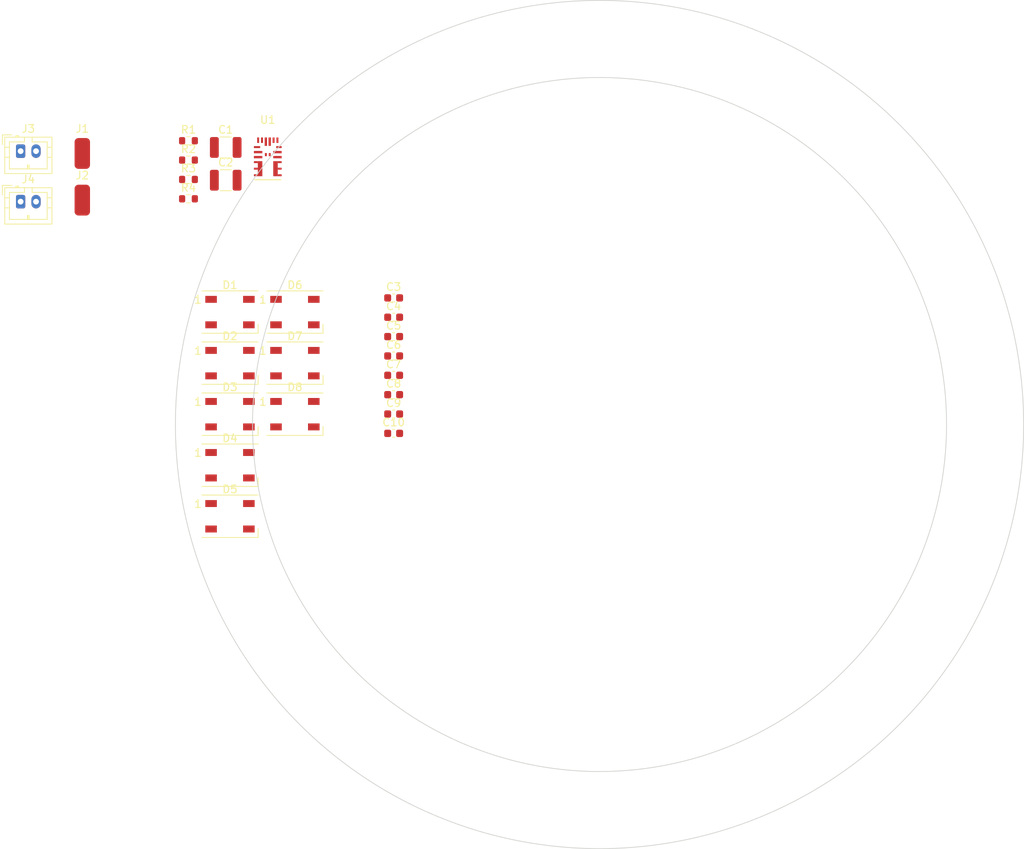
<source format=kicad_pcb>
(kicad_pcb (version 20221018) (generator pcbnew)
  (layers (0 "F.Cu" signal) (31 "B.Cu" signal) (34 "B.Paste" user) (35 "F.Paste" user) (36 "B.SilkS" user "B.Silkscreen") (37 "F.SilkS" user "F.Silkscreen") (38 "B.Mask" user) (39 "F.Mask" user) (44 "Edge.Cuts" user))
  (net 0 "")
  (net 1 "+12V")
  (net 2 "GND")
  (net 3 "+5V")
  (net 4 "/DIN")
  (net 5 "Net-(D1-DOUT)")
  (net 6 "Net-(D2-DOUT)")
  (net 7 "Net-(D3-DOUT)")
  (net 8 "Net-(D4-DOUT)")
  (net 9 "Net-(D5-DOUT)")
  (net 10 "Net-(D6-DOUT)")
  (net 11 "Net-(D7-DOUT)")
  (net 12 "Net-(U1-EN)")
  (net 13 "/5V_FB")
  (net 14 "Net-(U1-AAM)")
  (net 22 "/DOUT")
  (footprint "LED_SMD:LED_WS2812B_PLCC4_5.0x5.0mm_P3.2mm" (layer "F.Cu") (at 121.075 92.04)
    (fp_text reference "D2" (at 0 -3.5) (layer "F.SilkS"))
    (fp_text value "WS2812B")
    (fp_text user "1" (at -4.15 -1.6) (layer "F.SilkS"))
    (fp_line (start -3.65 -2.75) (end 3.65 -2.75) (stroke (width 0.12)) (layer "F.SilkS"))
    (fp_line (start -3.65 2.75) (end 3.65 2.75) (stroke (width 0.12)) (layer "F.SilkS"))
    (fp_line (start 3.65 2.75) (end 3.65 1.6) (stroke (width 0.12)) (layer "F.SilkS"))
    (pad "1" smd rect (at -2.45 -1.65) (size 1.5 0.9) (layers "F.Cu" "F.Paste" "F.Mask") (net 3 "+5V"))
    (pad "2" smd rect (at -2.45 1.65) (size 1.5 0.9) (layers "F.Cu" "F.Paste" "F.Mask") (net 6 "Net-(D2-DOUT)"))
    (pad "3" smd rect (at 2.45 1.65) (size 1.5 0.9) (layers "F.Cu" "F.Paste" "F.Mask") (net 2 "GND"))
    (pad "4" smd rect (at 2.45 -1.65) (size 1.5 0.9) (layers "F.Cu" "F.Paste" "F.Mask") (net 5 "Net-(D1-DOUT)"))
  )
  (footprint "Capacitor_SMD:C_1210_3225Metric" (layer "F.Cu") (at 120.5234 64.0697)
    (fp_text reference "C1" (at 0 -2.3) (layer "F.SilkS"))
    (fp_text value "22u")
    (fp_line (start -0.711252 -1.36) (end 0.711252 -1.36) (stroke (width 0.12)) (layer "F.SilkS"))
    (fp_line (start -0.711252 1.36) (end 0.711252 1.36) (stroke (width 0.12)) (layer "F.SilkS"))
    (pad "1" smd roundrect (at -1.475 0) (size 1.15 2.7) (layers "F.Cu" "F.Paste" "F.Mask") (roundrect_rratio 0.217391) (net 1 "+12V"))
    (pad "2" smd roundrect (at 1.475 0) (size 1.15 2.7) (layers "F.Cu" "F.Paste" "F.Mask") (roundrect_rratio 0.217391) (net 2 "GND"))
  )
  (footprint "LED_SMD:LED_WS2812B_PLCC4_5.0x5.0mm_P3.2mm" (layer "F.Cu") (at 121.075 111.9)
    (fp_text reference "D5" (at 0 -3.5) (layer "F.SilkS"))
    (fp_text value "WS2812B")
    (fp_text user "1" (at -4.15 -1.6) (layer "F.SilkS"))
    (fp_line (start -3.65 -2.75) (end 3.65 -2.75) (stroke (width 0.12)) (layer "F.SilkS"))
    (fp_line (start -3.65 2.75) (end 3.65 2.75) (stroke (width 0.12)) (layer "F.SilkS"))
    (fp_line (start 3.65 2.75) (end 3.65 1.6) (stroke (width 0.12)) (layer "F.SilkS"))
    (pad "1" smd rect (at -2.45 -1.65) (size 1.5 0.9) (layers "F.Cu" "F.Paste" "F.Mask") (net 3 "+5V"))
    (pad "2" smd rect (at -2.45 1.65) (size 1.5 0.9) (layers "F.Cu" "F.Paste" "F.Mask") (net 9 "Net-(D5-DOUT)"))
    (pad "3" smd rect (at 2.45 1.65) (size 1.5 0.9) (layers "F.Cu" "F.Paste" "F.Mask") (net 2 "GND"))
    (pad "4" smd rect (at 2.45 -1.65) (size 1.5 0.9) (layers "F.Cu" "F.Paste" "F.Mask") (net 8 "Net-(D4-DOUT)"))
  )
  (footprint "LED_SMD:LED_WS2812B_PLCC4_5.0x5.0mm_P3.2mm" (layer "F.Cu") (at 121.075 105.28)
    (fp_text reference "D4" (at 0 -3.5) (layer "F.SilkS"))
    (fp_text value "WS2812B")
    (fp_text user "1" (at -4.15 -1.6) (layer "F.SilkS"))
    (fp_line (start -3.65 -2.75) (end 3.65 -2.75) (stroke (width 0.12)) (layer "F.SilkS"))
    (fp_line (start -3.65 2.75) (end 3.65 2.75) (stroke (width 0.12)) (layer "F.SilkS"))
    (fp_line (start 3.65 2.75) (end 3.65 1.6) (stroke (width 0.12)) (layer "F.SilkS"))
    (pad "1" smd rect (at -2.45 -1.65) (size 1.5 0.9) (layers "F.Cu" "F.Paste" "F.Mask") (net 3 "+5V"))
    (pad "2" smd rect (at -2.45 1.65) (size 1.5 0.9) (layers "F.Cu" "F.Paste" "F.Mask") (net 8 "Net-(D4-DOUT)"))
    (pad "3" smd rect (at 2.45 1.65) (size 1.5 0.9) (layers "F.Cu" "F.Paste" "F.Mask") (net 2 "GND"))
    (pad "4" smd rect (at 2.45 -1.65) (size 1.5 0.9) (layers "F.Cu" "F.Paste" "F.Mask") (net 7 "Net-(D3-DOUT)"))
  )
  (footprint "LED_SMD:LED_WS2812B_PLCC4_5.0x5.0mm_P3.2mm" (layer "F.Cu") (at 129.495 85.42)
    (fp_text reference "D6" (at 0 -3.5) (layer "F.SilkS"))
    (fp_text value "WS2812B")
    (fp_text user "1" (at -4.15 -1.6) (layer "F.SilkS"))
    (fp_line (start -3.65 -2.75) (end 3.65 -2.75) (stroke (width 0.12)) (layer "F.SilkS"))
    (fp_line (start -3.65 2.75) (end 3.65 2.75) (stroke (width 0.12)) (layer "F.SilkS"))
    (fp_line (start 3.65 2.75) (end 3.65 1.6) (stroke (width 0.12)) (layer "F.SilkS"))
    (pad "1" smd rect (at -2.45 -1.65) (size 1.5 0.9) (layers "F.Cu" "F.Paste" "F.Mask") (net 3 "+5V"))
    (pad "2" smd rect (at -2.45 1.65) (size 1.5 0.9) (layers "F.Cu" "F.Paste" "F.Mask") (net 10 "Net-(D6-DOUT)"))
    (pad "3" smd rect (at 2.45 1.65) (size 1.5 0.9) (layers "F.Cu" "F.Paste" "F.Mask") (net 2 "GND"))
    (pad "4" smd rect (at 2.45 -1.65) (size 1.5 0.9) (layers "F.Cu" "F.Paste" "F.Mask") (net 9 "Net-(D5-DOUT)"))
  )
  (footprint "LED_SMD:LED_WS2812B_PLCC4_5.0x5.0mm_P3.2mm" (layer "F.Cu") (at 129.495 98.66)
    (fp_text reference "D8" (at 0 -3.5) (layer "F.SilkS"))
    (fp_text value "WS2812B")
    (fp_text user "1" (at -4.15 -1.6) (layer "F.SilkS"))
    (fp_line (start -3.65 -2.75) (end 3.65 -2.75) (stroke (width 0.12)) (layer "F.SilkS"))
    (fp_line (start -3.65 2.75) (end 3.65 2.75) (stroke (width 0.12)) (layer "F.SilkS"))
    (fp_line (start 3.65 2.75) (end 3.65 1.6) (stroke (width 0.12)) (layer "F.SilkS"))
    (pad "1" smd rect (at -2.45 -1.65) (size 1.5 0.9) (layers "F.Cu" "F.Paste" "F.Mask") (net 3 "+5V"))
    (pad "2" smd rect (at -2.45 1.65) (size 1.5 0.9) (layers "F.Cu" "F.Paste" "F.Mask") (net 22 "/DOUT"))
    (pad "3" smd rect (at 2.45 1.65) (size 1.5 0.9) (layers "F.Cu" "F.Paste" "F.Mask") (net 2 "GND"))
    (pad "4" smd rect (at 2.45 -1.65) (size 1.5 0.9) (layers "F.Cu" "F.Paste" "F.Mask") (net 11 "Net-(D7-DOUT)"))
  )
  (footprint "Connector_JST:JST_PH_B2B-PH-K_1x02_P2.00mm_Vertical" (layer "F.Cu") (at 93.925 71.1)
    (fp_text reference "J4" (at 1 -2.9) (layer "F.SilkS"))
    (fp_text value "DATA_OUT")
    (fp_line (start -2.36 -2.11) (end -2.36 -0.86) (stroke (width 0.12)) (layer "F.SilkS"))
    (fp_line (start -2.06 -1.81) (end -2.06 2.91) (stroke (width 0.12)) (layer "F.SilkS"))
    (fp_line (start -2.06 -0.5) (end -1.45 -0.5) (stroke (width 0.12)) (layer "F.SilkS"))
    (fp_line (start -2.06 0.8) (end -1.45 0.8) (stroke (width 0.12)) (layer "F.SilkS"))
    (fp_line (start -2.06 2.91) (end 4.06 2.91) (stroke (width 0.12)) (layer "F.SilkS"))
    (fp_line (start -1.45 -1.2) (end -1.45 2.3) (stroke (width 0.12)) (layer "F.SilkS"))
    (fp_line (start -1.45 2.3) (end 3.45 2.3) (stroke (width 0.12)) (layer "F.SilkS"))
    (fp_line (start -1.11 -2.11) (end -2.36 -2.11) (stroke (width 0.12)) (layer "F.SilkS"))
    (fp_line (start -0.6 -2.01) (end -0.6 -1.81) (stroke (width 0.12)) (layer "F.SilkS"))
    (fp_line (start -0.3 -2.01) (end -0.6 -2.01) (stroke (width 0.12)) (layer "F.SilkS"))
    (fp_line (start -0.3 -1.91) (end -0.6 -1.91) (stroke (width 0.12)) (layer "F.SilkS"))
    (fp_line (start -0.3 -1.81) (end -0.3 -2.01) (stroke (width 0.12)) (layer "F.SilkS"))
    (fp_line (start 0.5 -1.81) (end 0.5 -1.2) (stroke (width 0.12)) (layer "F.SilkS"))
    (fp_line (start 0.5 -1.2) (end -1.45 -1.2) (stroke (width 0.12)) (layer "F.SilkS"))
    (fp_line (start 0.9 1.8) (end 1.1 1.8) (stroke (width 0.12)) (layer "F.SilkS"))
    (fp_line (start 0.9 2.3) (end 0.9 1.8) (stroke (width 0.12)) (layer "F.SilkS"))
    (fp_line (start 1 2.3) (end 1 1.8) (stroke (width 0.12)) (layer "F.SilkS"))
    (fp_line (start 1.1 1.8) (end 1.1 2.3) (stroke (width 0.12)) (layer "F.SilkS"))
    (fp_line (start 1.5 -1.2) (end 1.5 -1.81) (stroke (width 0.12)) (layer "F.SilkS"))
    (fp_line (start 3.45 -1.2) (end 1.5 -1.2) (stroke (width 0.12)) (layer "F.SilkS"))
    (fp_line (start 3.45 2.3) (end 3.45 -1.2) (stroke (width 0.12)) (layer "F.SilkS"))
    (fp_line (start 4.06 -1.81) (end -2.06 -1.81) (stroke (width 0.12)) (layer "F.SilkS"))
    (fp_line (start 4.06 -0.5) (end 3.45 -0.5) (stroke (width 0.12)) (layer "F.SilkS"))
    (fp_line (start 4.06 0.8) (end 3.45 0.8) (stroke (width 0.12)) (layer "F.SilkS"))
    (fp_line (start 4.06 2.91) (end 4.06 -1.81) (stroke (width 0.12)) (layer "F.SilkS"))
    (pad "1" thru_hole roundrect (at 0 0) (size 1.2 1.75) (drill 0.75) (layers "*.Cu" "*.Mask") (roundrect_rratio 0.208333) (net 22 "/DOUT"))
    (pad "2" thru_hole oval (at 2 0) (size 1.2 1.75) (drill 0.75) (layers "*.Cu" "*.Mask") (net 2 "GND"))
  )
  (footprint "WirePad:SolderWirePad_1x01_SMD_2x4mm" (layer "F.Cu") (at 101.925 64.85)
    (fp_text reference "J1" (at 0 -3.2) (layer "F.SilkS"))
    (fp_text value "12V")
    (pad "1" smd roundrect (at 0 0) (size 2 4) (layers "F.Cu" "F.Paste" "F.Mask") (net 1 "+12V"))
  )
  (footprint "Resistor_SMD:R_0603_1608Metric" (layer "F.Cu") (at 115.6934 65.7097)
    (fp_text reference "R2" (at 0 -1.43) (layer "F.SilkS"))
    (fp_text value "100k")
    (fp_line (start -0.237258 -0.5225) (end 0.237258 -0.5225) (stroke (width 0.12)) (layer "F.SilkS"))
    (fp_line (start -0.237258 0.5225) (end 0.237258 0.5225) (stroke (width 0.12)) (layer "F.SilkS"))
    (pad "1" smd roundrect (at -0.825 0) (size 0.8 0.95) (layers "F.Cu" "F.Paste" "F.Mask") (net 3 "+5V"))
    (pad "2" smd roundrect (at 0.825 0) (size 0.8 0.95) (layers "F.Cu" "F.Paste" "F.Mask") (net 13 "/5V_FB"))
  )
  (footprint "Resistor_SMD:R_0603_1608Metric" (layer "F.Cu") (at 115.6934 68.2197)
    (fp_text reference "R3" (at 0 -1.43) (layer "F.SilkS"))
    (fp_text value "19.1k")
    (fp_line (start -0.237258 -0.5225) (end 0.237258 -0.5225) (stroke (width 0.12)) (layer "F.SilkS"))
    (fp_line (start -0.237258 0.5225) (end 0.237258 0.5225) (stroke (width 0.12)) (layer "F.SilkS"))
    (pad "1" smd roundrect (at -0.825 0) (size 0.8 0.95) (layers "F.Cu" "F.Paste" "F.Mask") (net 13 "/5V_FB"))
    (pad "2" smd roundrect (at 0.825 0) (size 0.8 0.95) (layers "F.Cu" "F.Paste" "F.Mask") (net 2 "GND"))
  )
  (footprint "MPM3610GQV-P:QFN3p0x5p0x1p6_MPM3610_MNP" (layer "F.Cu") (at 125.979 65.575)
    (fp_text reference "U1" (at 0 -5.08 unlocked) (layer "F.SilkS"))
    (fp_text value "MPM3610GQV-P")
    (fp_poly (pts (xy -1.292 0.273) (xy -0.708 0.273) (xy -0.708 2.227) (xy -1.292 2.227)) (fill solid) (layer "F.Cu"))
    (fp_poly (pts (xy 0.708 0.273) (xy 1.292 0.273) (xy 1.292 2.227) (xy 0.708 2.227)) (fill solid) (layer "F.Cu"))
    (fp_line (start 1.6764 2.6797) (end -1.6764 2.6797) (stroke (width 0.1524)) (layer "F.SilkS"))
    (pad "1" smd rect (at -1.394 -1.55) (size 0.8128 0.254) (layers "F.Cu" "F.Paste" "F.Mask") (net 13 "/5V_FB"))
    (pad "2" smd rect (at -1.254 -0.900001) (size 1.0922 0.3048) (layers "F.Cu" "F.Paste" "F.Mask"))
    (pad "3" smd rect (at -1.254 -0.25) (size 1.0922 0.3048) (layers "F.Cu" "F.Paste" "F.Mask") (net 2 "GND"))
    (pad "4" smd rect (at -1.546 0.4) (size 0.508 0.254) (layers "F.Cu" "F.Paste" "F.Mask"))
    (pad "5" smd rect (at -1.546 1.250001) (size 0.508 0.254) (layers "F.Cu" "F.Paste" "F.Mask"))
    (pad "6" smd rect (at -1.546 2.1) (size 0.508 0.254) (layers "F.Cu" "F.Paste" "F.Mask"))
    (pad "7" smd rect (at 1.546 2.1) (size 0.508 0.254) (layers "F.Cu" "F.Paste" "F.Mask") (net 3 "+5V"))
    (pad "8" smd rect (at 1.546 1.250001) (size 0.508 0.254) (layers "F.Cu" "F.Paste" "F.Mask") (net 3 "+5V"))
    (pad "9" smd rect (at 1.546 0.4) (size 0.508 0.254) (layers "F.Cu" "F.Paste" "F.Mask") (net 3 "+5V"))
    (pad "10" smd rect (at 1.254 -0.25) (size 1.0922 0.3048) (layers "F.Cu" "F.Paste" "F.Mask"))
    (pad "11" smd rect (at 1.254 -0.900001) (size 1.0922 0.3048) (layers "F.Cu" "F.Paste" "F.Mask"))
    (pad "12" smd rect (at 1.444 -1.55) (size 0.7112 0.254) (layers "F.Cu" "F.Paste" "F.Mask") (net 2 "GND"))
    (pad "13" smd rect (at 1.25 -2.444 90) (size 0.7112 0.254) (layers "F.Cu" "F.Paste" "F.Mask") (net 2 "GND"))
    (pad "14" smd rect (at 0.750001 -2.444 90) (size 0.7112 0.254) (layers "F.Cu" "F.Paste" "F.Mask") (net 2 "GND"))
    (pad "15" smd rect (at 0.25 -2.254 90) (size 1.0922 0.3048) (layers "F.Cu" "F.Paste" "F.Mask"))
    (pad "16" smd rect (at -0.25 -2.254 90) (size 1.0922 0.3048) (layers "F.Cu" "F.Paste" "F.Mask") (net 1 "+12V"))
    (pad "17" smd rect (at -0.750001 -2.444 90) (size 0.7112 0.254) (layers "F.Cu" "F.Paste" "F.Mask") (net 12 "Net-(U1-EN)"))
    (pad "18" smd rect (at -1.25 -2.444 90) (size 0.7112 0.254) (layers "F.Cu" "F.Paste" "F.Mask") (net 14 "Net-(U1-AAM)"))
    (pad "19" smd rect (at -0.25 -0.575) (size 0.254 0.4064) (layers "F.Cu" "F.Paste" "F.Mask"))
    (pad "20" smd rect (at 0.25 -0.575) (size 0.254 0.4064) (layers "F.Cu" "F.Paste" "F.Mask"))
  )
  (footprint "Capacitor_SMD:C_0603_1608Metric" (layer "F.Cu") (at 142.3 83.58)
    (fp_text reference "C3" (at 0 -1.43) (layer "F.SilkS"))
    (fp_text value "15p")
    (fp_line (start -0.14058 -0.51) (end 0.14058 -0.51) (stroke (width 0.12)) (layer "F.SilkS"))
    (fp_line (start -0.14058 0.51) (end 0.14058 0.51) (stroke (width 0.12)) (layer "F.SilkS"))
    (pad "1" smd roundrect (at -0.775 0) (size 0.9 0.95) (layers "F.Cu" "F.Paste" "F.Mask") (net 3 "+5V"))
    (pad "2" smd roundrect (at 0.775 0) (size 0.9 0.95) (layers "F.Cu" "F.Paste" "F.Mask") (net 2 "GND"))
  )
  (footprint "Capacitor_SMD:C_0603_1608Metric" (layer "F.Cu") (at 142.3 101.15)
    (fp_text reference "C10" (at 0 -1.43) (layer "F.SilkS"))
    (fp_text value "15p")
    (fp_line (start -0.14058 -0.51) (end 0.14058 -0.51) (stroke (width 0.12)) (layer "F.SilkS"))
    (fp_line (start -0.14058 0.51) (end 0.14058 0.51) (stroke (width 0.12)) (layer "F.SilkS"))
    (pad "1" smd roundrect (at -0.775 0) (size 0.9 0.95) (layers "F.Cu" "F.Paste" "F.Mask") (net 3 "+5V"))
    (pad "2" smd roundrect (at 0.775 0) (size 0.9 0.95) (layers "F.Cu" "F.Paste" "F.Mask") (net 2 "GND"))
  )
  (footprint "Capacitor_SMD:C_0603_1608Metric" (layer "F.Cu") (at 142.3 88.6)
    (fp_text reference "C5" (at 0 -1.43) (layer "F.SilkS"))
    (fp_text value "15p")
    (fp_line (start -0.14058 -0.51) (end 0.14058 -0.51) (stroke (width 0.12)) (layer "F.SilkS"))
    (fp_line (start -0.14058 0.51) (end 0.14058 0.51) (stroke (width 0.12)) (layer "F.SilkS"))
    (pad "1" smd roundrect (at -0.775 0) (size 0.9 0.95) (layers "F.Cu" "F.Paste" "F.Mask") (net 3 "+5V"))
    (pad "2" smd roundrect (at 0.775 0) (size 0.9 0.95) (layers "F.Cu" "F.Paste" "F.Mask") (net 2 "GND"))
  )
  (footprint "Capacitor_SMD:C_0603_1608Metric" (layer "F.Cu") (at 142.3 86.09)
    (fp_text reference "C4" (at 0 -1.43) (layer "F.SilkS"))
    (fp_text value "15p")
    (fp_line (start -0.14058 -0.51) (end 0.14058 -0.51) (stroke (width 0.12)) (layer "F.SilkS"))
    (fp_line (start -0.14058 0.51) (end 0.14058 0.51) (stroke (width 0.12)) (layer "F.SilkS"))
    (pad "1" smd roundrect (at -0.775 0) (size 0.9 0.95) (layers "F.Cu" "F.Paste" "F.Mask") (net 3 "+5V"))
    (pad "2" smd roundrect (at 0.775 0) (size 0.9 0.95) (layers "F.Cu" "F.Paste" "F.Mask") (net 2 "GND"))
  )
  (footprint "Resistor_SMD:R_0603_1608Metric" (layer "F.Cu") (at 115.6934 70.7297)
    (fp_text reference "R4" (at 0 -1.43) (layer "F.SilkS"))
    (fp_text value "53.6k")
    (fp_line (start -0.237258 -0.5225) (end 0.237258 -0.5225) (stroke (width 0.12)) (layer "F.SilkS"))
    (fp_line (start -0.237258 0.5225) (end 0.237258 0.5225) (stroke (width 0.12)) (layer "F.SilkS"))
    (pad "1" smd roundrect (at -0.825 0) (size 0.8 0.95) (layers "F.Cu" "F.Paste" "F.Mask") (net 14 "Net-(U1-AAM)"))
    (pad "2" smd roundrect (at 0.825 0) (size 0.8 0.95) (layers "F.Cu" "F.Paste" "F.Mask") (net 2 "GND"))
  )
  (footprint "Capacitor_SMD:C_0603_1608Metric" (layer "F.Cu") (at 142.3 98.64)
    (fp_text reference "C9" (at 0 -1.43) (layer "F.SilkS"))
    (fp_text value "15p")
    (fp_line (start -0.14058 -0.51) (end 0.14058 -0.51) (stroke (width 0.12)) (layer "F.SilkS"))
    (fp_line (start -0.14058 0.51) (end 0.14058 0.51) (stroke (width 0.12)) (layer "F.SilkS"))
    (pad "1" smd roundrect (at -0.775 0) (size 0.9 0.95) (layers "F.Cu" "F.Paste" "F.Mask") (net 3 "+5V"))
    (pad "2" smd roundrect (at 0.775 0) (size 0.9 0.95) (layers "F.Cu" "F.Paste" "F.Mask") (net 2 "GND"))
  )
  (footprint "Resistor_SMD:R_0603_1608Metric" (layer "F.Cu") (at 115.6934 63.1997)
    (fp_text reference "R1" (at 0 -1.43) (layer "F.SilkS"))
    (fp_text value "100k")
    (fp_line (start -0.237258 -0.5225) (end 0.237258 -0.5225) (stroke (width 0.12)) (layer "F.SilkS"))
    (fp_line (start -0.237258 0.5225) (end 0.237258 0.5225) (stroke (width 0.12)) (layer "F.SilkS"))
    (pad "1" smd roundrect (at -0.825 0) (size 0.8 0.95) (layers "F.Cu" "F.Paste" "F.Mask") (net 1 "+12V"))
    (pad "2" smd roundrect (at 0.825 0) (size 0.8 0.95) (layers "F.Cu" "F.Paste" "F.Mask") (net 12 "Net-(U1-EN)"))
  )
  (footprint "Capacitor_SMD:C_0603_1608Metric" (layer "F.Cu") (at 142.3 96.13)
    (fp_text reference "C8" (at 0 -1.43) (layer "F.SilkS"))
    (fp_text value "15p")
    (fp_line (start -0.14058 -0.51) (end 0.14058 -0.51) (stroke (width 0.12)) (layer "F.SilkS"))
    (fp_line (start -0.14058 0.51) (end 0.14058 0.51) (stroke (width 0.12)) (layer "F.SilkS"))
    (pad "1" smd roundrect (at -0.775 0) (size 0.9 0.95) (layers "F.Cu" "F.Paste" "F.Mask") (net 3 "+5V"))
    (pad "2" smd roundrect (at 0.775 0) (size 0.9 0.95) (layers "F.Cu" "F.Paste" "F.Mask") (net 2 "GND"))
  )
  (footprint "LED_SMD:LED_WS2812B_PLCC4_5.0x5.0mm_P3.2mm" (layer "F.Cu") (at 121.075 85.42)
    (fp_text reference "D1" (at 0 -3.5) (layer "F.SilkS"))
    (fp_text value "WS2812B")
    (fp_text user "1" (at -4.15 -1.6) (layer "F.SilkS"))
    (fp_line (start -3.65 -2.75) (end 3.65 -2.75) (stroke (width 0.12)) (layer "F.SilkS"))
    (fp_line (start -3.65 2.75) (end 3.65 2.75) (stroke (width 0.12)) (layer "F.SilkS"))
    (fp_line (start 3.65 2.75) (end 3.65 1.6) (stroke (width 0.12)) (layer "F.SilkS"))
    (pad "1" smd rect (at -2.45 -1.65) (size 1.5 0.9) (layers "F.Cu" "F.Paste" "F.Mask") (net 3 "+5V"))
    (pad "2" smd rect (at -2.45 1.65) (size 1.5 0.9) (layers "F.Cu" "F.Paste" "F.Mask") (net 5 "Net-(D1-DOUT)"))
    (pad "3" smd rect (at 2.45 1.65) (size 1.5 0.9) (layers "F.Cu" "F.Paste" "F.Mask") (net 2 "GND"))
    (pad "4" smd rect (at 2.45 -1.65) (size 1.5 0.9) (layers "F.Cu" "F.Paste" "F.Mask") (net 4 "/DIN"))
  )
  (footprint "Capacitor_SMD:C_0603_1608Metric" (layer "F.Cu") (at 142.3 91.11)
    (fp_text reference "C6" (at 0 -1.43) (layer "F.SilkS"))
    (fp_text value "15p")
    (fp_line (start -0.14058 -0.51) (end 0.14058 -0.51) (stroke (width 0.12)) (layer "F.SilkS"))
    (fp_line (start -0.14058 0.51) (end 0.14058 0.51) (stroke (width 0.12)) (layer "F.SilkS"))
    (pad "1" smd roundrect (at -0.775 0) (size 0.9 0.95) (layers "F.Cu" "F.Paste" "F.Mask") (net 3 "+5V"))
    (pad "2" smd roundrect (at 0.775 0) (size 0.9 0.95) (layers "F.Cu" "F.Paste" "F.Mask") (net 2 "GND"))
  )
  (footprint "Capacitor_SMD:C_0603_1608Metric" (layer "F.Cu") (at 142.3 93.62)
    (fp_text reference "C7" (at 0 -1.43) (layer "F.SilkS"))
    (fp_text value "15p")
    (fp_line (start -0.14058 -0.51) (end 0.14058 -0.51) (stroke (width 0.12)) (layer "F.SilkS"))
    (fp_line (start -0.14058 0.51) (end 0.14058 0.51) (stroke (width 0.12)) (layer "F.SilkS"))
    (pad "1" smd roundrect (at -0.775 0) (size 0.9 0.95) (layers "F.Cu" "F.Paste" "F.Mask") (net 3 "+5V"))
    (pad "2" smd roundrect (at 0.775 0) (size 0.9 0.95) (layers "F.Cu" "F.Paste" "F.Mask") (net 2 "GND"))
  )
  (footprint "Connector_JST:JST_PH_B2B-PH-K_1x02_P2.00mm_Vertical" (layer "F.Cu") (at 93.925 64.55)
    (fp_text reference "J3" (at 1 -2.9) (layer "F.SilkS"))
    (fp_text value "DATA_IN")
    (fp_line (start -2.36 -2.11) (end -2.36 -0.86) (stroke (width 0.12)) (layer "F.SilkS"))
    (fp_line (start -2.06 -1.81) (end -2.06 2.91) (stroke (width 0.12)) (layer "F.SilkS"))
    (fp_line (start -2.06 -0.5) (end -1.45 -0.5) (stroke (width 0.12)) (layer "F.SilkS"))
    (fp_line (start -2.06 0.8) (end -1.45 0.8) (stroke (width 0.12)) (layer "F.SilkS"))
    (fp_line (start -2.06 2.91) (end 4.06 2.91) (stroke (width 0.12)) (layer "F.SilkS"))
    (fp_line (start -1.45 -1.2) (end -1.45 2.3) (stroke (width 0.12)) (layer "F.SilkS"))
    (fp_line (start -1.45 2.3) (end 3.45 2.3) (stroke (width 0.12)) (layer "F.SilkS"))
    (fp_line (start -1.11 -2.11) (end -2.36 -2.11) (stroke (width 0.12)) (layer "F.SilkS"))
    (fp_line (start -0.6 -2.01) (end -0.6 -1.81) (stroke (width 0.12)) (layer "F.SilkS"))
    (fp_line (start -0.3 -2.01) (end -0.6 -2.01) (stroke (width 0.12)) (layer "F.SilkS"))
    (fp_line (start -0.3 -1.91) (end -0.6 -1.91) (stroke (width 0.12)) (layer "F.SilkS"))
    (fp_line (start -0.3 -1.81) (end -0.3 -2.01) (stroke (width 0.12)) (layer "F.SilkS"))
    (fp_line (start 0.5 -1.81) (end 0.5 -1.2) (stroke (width 0.12)) (layer "F.SilkS"))
    (fp_line (start 0.5 -1.2) (end -1.45 -1.2) (stroke (width 0.12)) (layer "F.SilkS"))
    (fp_line (start 0.9 1.8) (end 1.1 1.8) (stroke (width 0.12)) (layer "F.SilkS"))
    (fp_line (start 0.9 2.3) (end 0.9 1.8) (stroke (width 0.12)) (layer "F.SilkS"))
    (fp_line (start 1 2.3) (end 1 1.8) (stroke (width 0.12)) (layer "F.SilkS"))
    (fp_line (start 1.1 1.8) (end 1.1 2.3) (stroke (width 0.12)) (layer "F.SilkS"))
    (fp_line (start 1.5 -1.2) (end 1.5 -1.81) (stroke (width 0.12)) (layer "F.SilkS"))
    (fp_line (start 3.45 -1.2) (end 1.5 -1.2) (stroke (width 0.12)) (layer "F.SilkS"))
    (fp_line (start 3.45 2.3) (end 3.45 -1.2) (stroke (width 0.12)) (layer "F.SilkS"))
    (fp_line (start 4.06 -1.81) (end -2.06 -1.81) (stroke (width 0.12)) (layer "F.SilkS"))
    (fp_line (start 4.06 -0.5) (end 3.45 -0.5) (stroke (width 0.12)) (layer "F.SilkS"))
    (fp_line (start 4.06 0.8) (end 3.45 0.8) (stroke (width 0.12)) (layer "F.SilkS"))
    (fp_line (start 4.06 2.91) (end 4.06 -1.81) (stroke (width 0.12)) (layer "F.SilkS"))
    (pad "1" thru_hole roundrect (at 0 0) (size 1.2 1.75) (drill 0.75) (layers "*.Cu" "*.Mask") (roundrect_rratio 0.208333) (net 4 "/DIN"))
    (pad "2" thru_hole oval (at 2 0) (size 1.2 1.75) (drill 0.75) (layers "*.Cu" "*.Mask") (net 2 "GND"))
  )
  (footprint "Capacitor_SMD:C_1210_3225Metric" (layer "F.Cu") (at 120.5234 68.3197)
    (fp_text reference "C2" (at 0 -2.3) (layer "F.SilkS"))
    (fp_text value "22u")
    (fp_line (start -0.711252 -1.36) (end 0.711252 -1.36) (stroke (width 0.12)) (layer "F.SilkS"))
    (fp_line (start -0.711252 1.36) (end 0.711252 1.36) (stroke (width 0.12)) (layer "F.SilkS"))
    (pad "1" smd roundrect (at -1.475 0) (size 1.15 2.7) (layers "F.Cu" "F.Paste" "F.Mask") (roundrect_rratio 0.217391) (net 3 "+5V"))
    (pad "2" smd roundrect (at 1.475 0) (size 1.15 2.7) (layers "F.Cu" "F.Paste" "F.Mask") (roundrect_rratio 0.217391) (net 2 "GND"))
  )
  (footprint "LED_SMD:LED_WS2812B_PLCC4_5.0x5.0mm_P3.2mm" (layer "F.Cu") (at 121.075 98.66)
    (fp_text reference "D3" (at 0 -3.5) (layer "F.SilkS"))
    (fp_text value "WS2812B")
    (fp_text user "1" (at -4.15 -1.6) (layer "F.SilkS"))
    (fp_line (start -3.65 -2.75) (end 3.65 -2.75) (stroke (width 0.12)) (layer "F.SilkS"))
    (fp_line (start -3.65 2.75) (end 3.65 2.75) (stroke (width 0.12)) (layer "F.SilkS"))
    (fp_line (start 3.65 2.75) (end 3.65 1.6) (stroke (width 0.12)) (layer "F.SilkS"))
    (pad "1" smd rect (at -2.45 -1.65) (size 1.5 0.9) (layers "F.Cu" "F.Paste" "F.Mask") (net 3 "+5V"))
    (pad "2" smd rect (at -2.45 1.65) (size 1.5 0.9) (layers "F.Cu" "F.Paste" "F.Mask") (net 7 "Net-(D3-DOUT)"))
    (pad "3" smd rect (at 2.45 1.65) (size 1.5 0.9) (layers "F.Cu" "F.Paste" "F.Mask") (net 2 "GND"))
    (pad "4" smd rect (at 2.45 -1.65) (size 1.5 0.9) (layers "F.Cu" "F.Paste" "F.Mask") (net 6 "Net-(D2-DOUT)"))
  )
  (footprint "LED_SMD:LED_WS2812B_PLCC4_5.0x5.0mm_P3.2mm" (layer "F.Cu") (at 129.495 92.04)
    (fp_text reference "D7" (at 0 -3.5) (layer "F.SilkS"))
    (fp_text value "WS2812B")
    (fp_text user "1" (at -4.15 -1.6) (layer "F.SilkS"))
    (fp_line (start -3.65 -2.75) (end 3.65 -2.75) (stroke (width 0.12)) (layer "F.SilkS"))
    (fp_line (start -3.65 2.75) (end 3.65 2.75) (stroke (width 0.12)) (layer "F.SilkS"))
    (fp_line (start 3.65 2.75) (end 3.65 1.6) (stroke (width 0.12)) (layer "F.SilkS"))
    (pad "1" smd rect (at -2.45 -1.65) (size 1.5 0.9) (layers "F.Cu" "F.Paste" "F.Mask") (net 3 "+5V"))
    (pad "2" smd rect (at -2.45 1.65) (size 1.5 0.9) (layers "F.Cu" "F.Paste" "F.Mask") (net 11 "Net-(D7-DOUT)"))
    (pad "3" smd rect (at 2.45 1.65) (size 1.5 0.9) (layers "F.Cu" "F.Paste" "F.Mask") (net 2 "GND"))
    (pad "4" smd rect (at 2.45 -1.65) (size 1.5 0.9) (layers "F.Cu" "F.Paste" "F.Mask") (net 10 "Net-(D6-DOUT)"))
  )
  (footprint "WirePad:SolderWirePad_1x01_SMD_2x4mm" (layer "F.Cu") (at 101.925 70.9)
    (fp_text reference "J2" (at 0 -3.2) (layer "F.SilkS"))
    (fp_text value "GND")
    (pad "1" smd roundrect (at 0 0) (size 2 4) (layers "F.Cu" "F.Paste" "F.Mask") (net 2 "GND"))
  )
  (gr_circle (center 169 100) (end 224 100) (stroke (width 0.1)) (fill none) (layer "Edge.Cuts"))
  (gr_circle (center 169 100) (end 214 100) (stroke (width 0.1)) (fill none) (layer "Edge.Cuts"))
)
</source>
